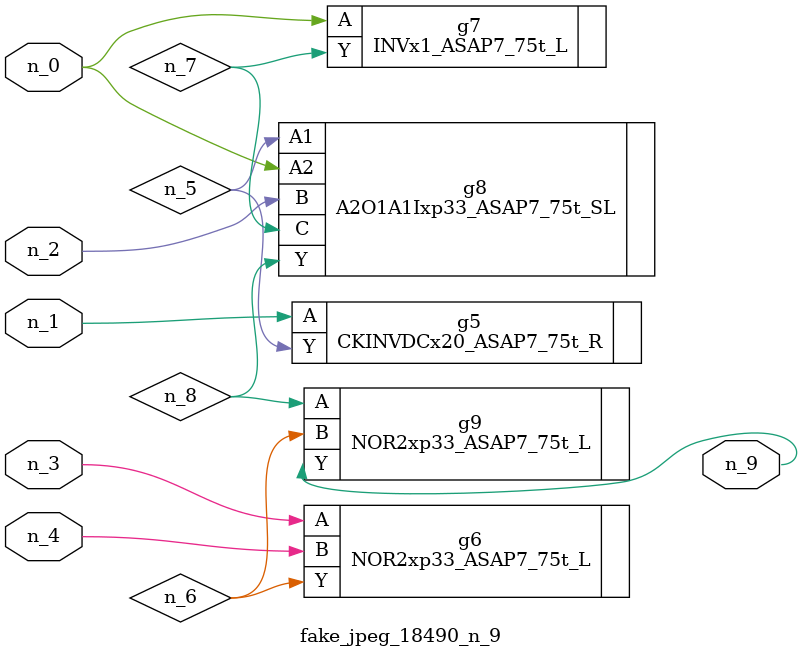
<source format=v>
module fake_jpeg_18490_n_9 (n_3, n_2, n_1, n_0, n_4, n_9);

input n_3;
input n_2;
input n_1;
input n_0;
input n_4;

output n_9;

wire n_8;
wire n_6;
wire n_5;
wire n_7;

CKINVDCx20_ASAP7_75t_R g5 ( 
.A(n_1),
.Y(n_5)
);

NOR2xp33_ASAP7_75t_L g6 ( 
.A(n_3),
.B(n_4),
.Y(n_6)
);

INVx1_ASAP7_75t_L g7 ( 
.A(n_0),
.Y(n_7)
);

A2O1A1Ixp33_ASAP7_75t_SL g8 ( 
.A1(n_5),
.A2(n_0),
.B(n_2),
.C(n_7),
.Y(n_8)
);

NOR2xp33_ASAP7_75t_L g9 ( 
.A(n_8),
.B(n_6),
.Y(n_9)
);


endmodule
</source>
